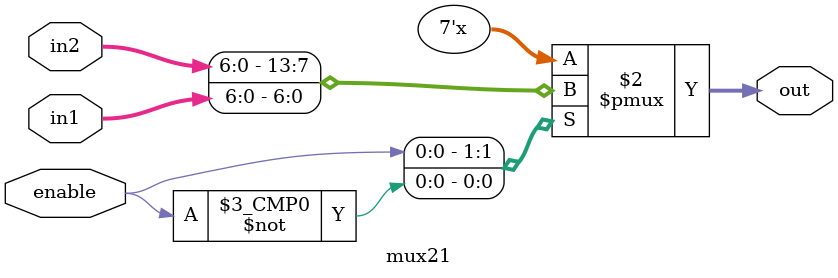
<source format=v>

module mux21(enable, in1, in2, out);

input enable;
input [6:0]in1, in2;
 output reg [6:0]out;

always @(in1, in2)
begin
case(enable)
1'b1: out<=in2;
1'b0:out<=in1;
endcase
end
endmodule

</source>
